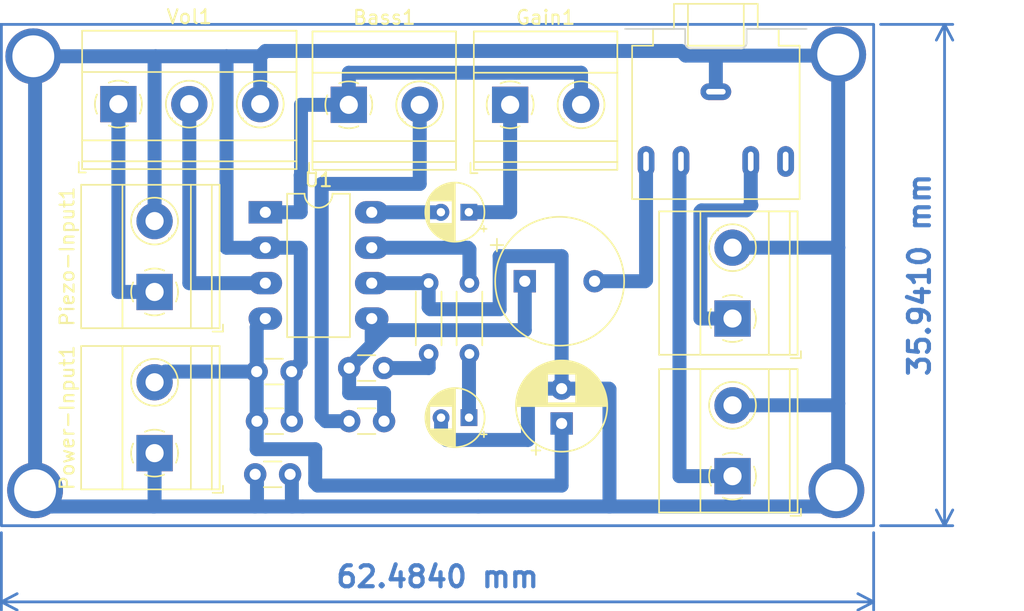
<source format=kicad_pcb>
(kicad_pcb (version 20240108) (generator "pcbnew") (generator_version "8.0")
  (layers (0 "F.Cu" signal) (31 "B.Cu" signal) (34 "B.Paste" user) (35 "F.Paste" user) (36 "B.SilkS" user "B.Silkscreen") (37 "F.SilkS" user "F.Silkscreen") (38 "B.Mask" user) (39 "F.Mask" user) (44 "Edge.Cuts" user))
  (net 0 "")
  (net 1 "Net-(Power-Input1-Pin_2)")
  (net 2 "GND")
  (net 3 "Net-(C4-Pad2)")
  (net 4 "Net-(C5-Pad2)")
  (net 5 "Net-(C7-Pad1)")
  (net 6 "Net-(C8-Pad2)")
  (net 7 "Net-(C9-Pad2)")
  (net 8 "Net-(Output-Speaker1-Pin_1)")
  (net 9 "Net-(Output-Jack-6.5-Pin_1)")
  (net 10 "Net-(Piezo-Input1-Pin_1)")
  (net 11 "Net-(U1-BYPASS)")
  (net 12 "Net-(U1-+)")
  (net 13 "Net-(Bass1-Pin_1)")
  (net 14 "Net-(Bass1-Pin_2)")
  (net 15 "Net-(Gain1-Pin_1)")
  (footprint "Connector_Audio:Jack_3.5mm_CUI_SJ1-3525N_Horizontal" (layer "F.Cu") (at 63.373 17.018 180)
    (property "Reference" "Output-Jack-3.5" (hide yes))
    (property "Value" "AudioJack2_Ground_Switch" (hide yes))
    (fp_line (start 2.2 4.5) (end 6.5 4.5) (stroke (width 0.12)) (layer "Edge.Cuts"))
    (fp_line (start 2.2 3.5) (end 2.2 4.5) (stroke (width 0.12)) (layer "Edge.Cuts"))
    (fp_line (start 1.8 3.1) (end -1.8 3.1) (stroke (width 0.12)) (layer "Edge.Cuts"))
    (fp_line (start -2.2 4.5) (end -6.5 4.5) (stroke (width 0.12)) (layer "Edge.Cuts"))
    (fp_line (start -2.2 3.5) (end -2.2 4.5) (stroke (width 0.12)) (layer "Edge.Cuts"))
    (fp_arc (start 1.8 3.1) (mid 2.082843 3.217157) (end 2.2 3.5) (stroke (width 0.12)) (layer "Edge.Cuts"))
    (fp_arc (start -2.2 3.5) (mid -2.082842 3.217158) (end -1.8 3.1) (stroke (width 0.12)) (layer "Edge.Cuts"))
    (pad "R" thru_hole oval (at -5 -5 180) (size 1.2 2.2) (drill oval 0.4 1.4) (layers "*.Cu" "*.Mask"))
    (pad "RN" thru_hole oval (at -2.5 -5 180) (size 1.2 2.2) (drill oval 0.4 1.4) (layers "*.Cu" "*.Mask") (net 9 "Net-(Output-Jack-6.5-Pin_1)"))
    (pad "S" thru_hole oval (at 0 0 180) (size 2.2 1.2) (drill oval 1.4 0.4) (layers "*.Cu" "*.Mask") (net 2 "GND"))
    (pad "T" thru_hole oval (at 5 -5) (size 1.2 2.2) (drill oval 0.4 1.4) (layers "*.Cu" "*.Mask") (net 7 "Net-(C9-Pad2)"))
    (pad "TN" thru_hole oval (at 2.5 -5) (size 1.2 2.2) (drill oval 0.4 1.4) (layers "*.Cu" "*.Mask") (net 8 "Net-(Output-Speaker1-Pin_1)"))
  )
  (footprint "Capacitor_THT:CP_Radial_D4.0mm_P2.00mm" (layer "F.Cu") (at 45.6766 25.654 180)
    (property "Reference" "C8" (hide yes))
    (property "Value" "10µF" (hide yes))
    (pad "1" thru_hole rect (at 0 0 180) (size 1.2 1.2) (drill 0.6) (layers "*.Cu" "*.Mask") (net 15 "Net-(Gain1-Pin_1)"))
    (pad "2" thru_hole circle (at 2 0 180) (size 1.2 1.2) (drill 0.6) (layers "*.Cu" "*.Mask") (net 6 "Net-(C8-Pad2)"))
  )
  (footprint "Capacitor_THT:C_Disc_D3.0mm_W1.6mm_P2.50mm" (layer "F.Cu") (at 37.104 40.64)
    (property "Reference" "C4" (hide yes))
    (property "Value" "33nF" (hide yes))
    (pad "1" thru_hole circle (at 0 0) (size 1.6 1.6) (drill 0.8) (layers "*.Cu" "*.Mask") (net 14 "Net-(Bass1-Pin_2)"))
    (pad "2" thru_hole circle (at 2.5 0) (size 1.6 1.6) (drill 0.8) (layers "*.Cu" "*.Mask") (net 3 "Net-(C4-Pad2)"))
  )
  (footprint "TerminalBlock_Phoenix:TerminalBlock_Phoenix_MKDS-1,5-2-5.08_1x02_P5.08mm_Horizontal" (layer "F.Cu") (at 64.567 44.582 90)
    (property "Reference" "Output-Speaker1" (hide yes))
    (property "Value" "Screw_Terminal_01x02" (hide yes))
    (pad "1" thru_hole rect (at 0 0 90) (size 2.6 2.6) (drill 1.3) (layers "*.Cu" "*.Mask") (net 8 "Net-(Output-Speaker1-Pin_1)"))
    (pad "2" thru_hole circle (at 5.08 0 90) (size 2.6 2.6) (drill 1.3) (layers "*.Cu" "*.Mask") (net 2 "GND"))
  )
  (footprint "Capacitor_THT:CP_Radial_Tantal_D9.0mm_P5.00mm" (layer "F.Cu") (at 49.684836 30.607)
    (property "Reference" "C9" (hide yes))
    (property "Value" "1000µF" (hide yes))
    (pad "1" thru_hole rect (at 0 0) (size 1.6 1.6) (drill 0.8) (layers "*.Cu" "*.Mask") (net 3 "Net-(C4-Pad2)"))
    (pad "2" thru_hole circle (at 5 0) (size 1.6 1.6) (drill 0.8) (layers "*.Cu" "*.Mask") (net 7 "Net-(C9-Pad2)"))
  )
  (footprint "" (layer "F.Cu") (at 72.009 45.593)
    (property "Reference" "" (at 0 0 0) (layer "F.SilkS") (effects (font (size 1.27 1.27))))
    (property "Value" "" (at 0 0 0) (layer "F.SilkS") (effects (font (size 1.27 1.27))))
    (pad "" thru_hole circle (at 0 0) (size 4 4) (drill 3) (layers "*.Cu" "*.Mask") (net 2 "GND"))
  )
  (footprint "" (layer "F.Cu") (at 72.136 14.351)
    (property "Reference" "" (at 0 0 0) (layer "F.SilkS") (effects (font (size 1.27 1.27))))
    (property "Value" "" (at 0 0 0) (layer "F.SilkS") (effects (font (size 1.27 1.27))))
    (pad "" thru_hole circle (at 0 0) (size 4 4) (drill 3) (layers "*.Cu" "*.Mask") (net 2 "GND"))
  )
  (footprint "Resistor_THT:R_Axial_DIN0204_L3.6mm_D1.6mm_P5.08mm_Horizontal" (layer "F.Cu") (at 42.799 35.814 90)
    (property "Reference" "R2" (hide yes))
    (property "Value" "10Ω" (hide yes))
    (pad "1" thru_hole circle (at 0 0 90) (size 1.4 1.4) (drill 0.7) (layers "*.Cu" "*.Mask") (net 4 "Net-(C5-Pad2)"))
    (pad "2" thru_hole oval (at 5.08 0 90) (size 1.4 1.4) (drill 0.7) (layers "*.Cu" "*.Mask") (net 2 "GND"))
  )
  (footprint "TerminalBlock_Phoenix:TerminalBlock_Phoenix_MKDS-1,5-2-5.08_1x02_P5.08mm_Horizontal" (layer "F.Cu") (at 23.165 42.931 90)
    (property "Reference" "Power-Input1" (at 2.54 -6.26 90) (layer "F.SilkS"))
    (property "Value" "Screw_Terminal_01x02" (hide yes))
    (pad "1" thru_hole rect (at 0 0 90) (size 2.6 2.6) (drill 1.3) (layers "*.Cu" "*.Mask") (net 2 "GND"))
    (pad "2" thru_hole circle (at 5.08 0 90) (size 2.6 2.6) (drill 1.3) (layers "*.Cu" "*.Mask") (net 1 "Net-(Power-Input1-Pin_2)"))
  )
  (footprint "Capacitor_THT:C_Disc_D3.0mm_W1.6mm_P2.50mm" (layer "F.Cu") (at 33 40.64 180)
    (property "Reference" "C3" (hide yes))
    (property "Value" "0,1µF" (hide yes))
    (pad "1" thru_hole circle (at 0 0 180) (size 1.6 1.6) (drill 0.8) (layers "*.Cu" "*.Mask") (net 2 "GND"))
    (pad "2" thru_hole circle (at 2.5 0 180) (size 1.6 1.6) (drill 0.8) (layers "*.Cu" "*.Mask") (net 1 "Net-(Power-Input1-Pin_2)"))
  )
  (footprint "Capacitor_THT:CP_Radial_D6.3mm_P2.50mm" (layer "F.Cu") (at 52.324 40.806379 90)
    (property "Reference" "C6" (hide yes))
    (property "Value" "100µF" (hide yes))
    (pad "1" thru_hole rect (at 0 0 90) (size 1.6 1.6) (drill 0.8) (layers "*.Cu" "*.Mask") (net 1 "Net-(Power-Input1-Pin_2)"))
    (pad "2" thru_hole circle (at 2.5 0 90) (size 1.6 1.6) (drill 0.8) (layers "*.Cu" "*.Mask") (net 2 "GND"))
  )
  (footprint "Capacitor_THT:C_Disc_D3.0mm_W1.6mm_P2.50mm" (layer "F.Cu") (at 30.373 44.45)
    (property "Reference" "C2" (hide yes))
    (property "Value" "470pF" (hide yes))
    (pad "1" thru_hole circle (at 0 0) (size 1.6 1.6) (drill 0.8) (layers "*.Cu" "*.Mask") (net 2 "GND"))
    (pad "2" thru_hole circle (at 2.5 0) (size 1.6 1.6) (drill 0.8) (layers "*.Cu" "*.Mask") (net 2 "GND"))
  )
  (footprint "" (layer "F.Cu") (at 14.605 45.593)
    (property "Reference" "" (at 0 0 0) (layer "F.SilkS") (effects (font (size 1.27 1.27))))
    (property "Value" "" (at 0 0 0) (layer "F.SilkS") (effects (font (size 1.27 1.27))))
    (pad "" thru_hole circle (at 0 0) (size 4 4) (drill 3) (layers "*.Cu" "*.Mask") (net 2 "GND"))
  )
  (footprint "Capacitor_THT:C_Disc_D3.0mm_W1.6mm_P2.50mm" (layer "F.Cu") (at 30.48 37.084)
    (property "Reference" "C1" (hide yes))
    (property "Value" "0,1µF" (hide yes))
    (pad "1" thru_hole circle (at 0 0) (size 1.6 1.6) (drill 0.8) (layers "*.Cu" "*.Mask") (net 1 "Net-(Power-Input1-Pin_2)"))
    (pad "2" thru_hole circle (at 2.5 0) (size 1.6 1.6) (drill 0.8) (layers "*.Cu" "*.Mask") (net 2 "GND"))
  )
  (footprint "Resistor_THT:R_Axial_DIN0204_L3.6mm_D1.6mm_P5.08mm_Horizontal" (layer "F.Cu") (at 45.72 30.734 -90)
    (property "Reference" "R1" (hide yes))
    (property "Value" "10KΩ" (hide yes))
    (pad "1" thru_hole circle (at 0 0 270) (size 1.4 1.4) (drill 0.7) (layers "*.Cu" "*.Mask") (net 11 "Net-(U1-BYPASS)"))
    (pad "2" thru_hole oval (at 5.08 0 270) (size 1.4 1.4) (drill 0.7) (layers "*.Cu" "*.Mask") (net 5 "Net-(C7-Pad1)"))
  )
  (footprint "TerminalBlock_Phoenix:TerminalBlock_Phoenix_MKDS-1,5-2-5.08_1x02_P5.08mm_Horizontal" (layer "F.Cu") (at 37.079 17.958)
    (property "Reference" "Bass1" (at 2.54 -6.26 0) (layer "F.SilkS"))
    (property "Value" "Screw_Terminal_01x02" (hide yes))
    (pad "1" thru_hole rect (at 0 0) (size 2.6 2.6) (drill 1.3) (layers "*.Cu" "*.Mask") (net 13 "Net-(Bass1-Pin_1)"))
    (pad "2" thru_hole circle (at 5.08 0) (size 2.6 2.6) (drill 1.3) (layers "*.Cu" "*.Mask") (net 14 "Net-(Bass1-Pin_2)"))
  )
  (footprint "Package_DIP:DIP-8_W7.62mm_LongPads" (layer "F.Cu") (at 31.1 25.664)
    (property "Reference" "U1" (at 3.81 -2.33 0) (layer "F.SilkS"))
    (property "Value" "LM386" (hide yes))
    (pad "1" thru_hole rect (at 0 0) (size 2.4 1.6) (drill 0.8) (layers "*.Cu" "*.Mask") (net 13 "Net-(Bass1-Pin_1)"))
    (pad "2" thru_hole oval (at 0 2.54) (size 2.4 1.6) (drill 0.8) (layers "*.Cu" "*.Mask") (net 2 "GND"))
    (pad "3" thru_hole oval (at 0 5.08) (size 2.4 1.6) (drill 0.8) (layers "*.Cu" "*.Mask") (net 12 "Net-(U1-+)"))
    (pad "4" thru_hole oval (at 0 7.62) (size 2.4 1.6) (drill 0.8) (layers "*.Cu" "*.Mask") (net 1 "Net-(Power-Input1-Pin_2)"))
    (pad "5" thru_hole oval (at 7.62 7.62) (size 2.4 1.6) (drill 0.8) (layers "*.Cu" "*.Mask") (net 3 "Net-(C4-Pad2)"))
    (pad "6" thru_hole oval (at 7.62 5.08) (size 2.4 1.6) (drill 0.8) (layers "*.Cu" "*.Mask") (net 2 "GND"))
    (pad "7" thru_hole oval (at 7.62 2.54) (size 2.4 1.6) (drill 0.8) (layers "*.Cu" "*.Mask") (net 11 "Net-(U1-BYPASS)"))
    (pad "8" thru_hole oval (at 7.62 0) (size 2.4 1.6) (drill 0.8) (layers "*.Cu" "*.Mask") (net 6 "Net-(C8-Pad2)"))
  )
  (footprint "Capacitor_THT:CP_Radial_D4.0mm_P2.00mm" (layer "F.Cu") (at 45.688 40.386 180)
    (property "Reference" "C7" (hide yes))
    (property "Value" "10µF" (hide yes))
    (pad "1" thru_hole rect (at 0 0 180) (size 1.2 1.2) (drill 0.6) (layers "*.Cu" "*.Mask") (net 5 "Net-(C7-Pad1)"))
    (pad "2" thru_hole circle (at 2 0 180) (size 1.2 1.2) (drill 0.6) (layers "*.Cu" "*.Mask") (net 2 "GND"))
  )
  (footprint "TerminalBlock_Phoenix:TerminalBlock_Phoenix_MKDS-1,5-2-5.08_1x02_P5.08mm_Horizontal" (layer "F.Cu") (at 48.636 17.958)
    (property "Reference" "Gain1" (at 2.54 -6.26 0) (layer "F.SilkS"))
    (property "Value" "Screw_Terminal_01x02" (hide yes))
    (pad "1" thru_hole rect (at 0 0) (size 2.6 2.6) (drill 1.3) (layers "*.Cu" "*.Mask") (net 15 "Net-(Gain1-Pin_1)"))
    (pad "2" thru_hole circle (at 5.08 0) (size 2.6 2.6) (drill 1.3) (layers "*.Cu" "*.Mask") (net 13 "Net-(Bass1-Pin_1)"))
  )
  (footprint "TerminalBlock_Phoenix:TerminalBlock_Phoenix_MKDS-1,5-2-5.08_1x02_P5.08mm_Horizontal" (layer "F.Cu") (at 64.567 33.279 90)
    (property "Reference" "Output-Jack-6.5" (hide yes))
    (property "Value" "Screw_Terminal_01x02" (hide yes))
    (pad "1" thru_hole rect (at 0 0 90) (size 2.6 2.6) (drill 1.3) (layers "*.Cu" "*.Mask") (net 9 "Net-(Output-Jack-6.5-Pin_1)"))
    (pad "2" thru_hole circle (at 5.08 0 90) (size 2.6 2.6) (drill 1.3) (layers "*.Cu" "*.Mask") (net 2 "GND"))
  )
  (footprint "" (layer "F.Cu") (at 14.478 14.478)
    (property "Reference" "" (at 0 0 0) (layer "F.SilkS") (effects (font (size 1.27 1.27))))
    (property "Value" "" (at 0 0 0) (layer "F.SilkS") (effects (font (size 1.27 1.27))))
    (pad "" thru_hole circle (at 0 0) (size 4 4) (drill 3) (layers "*.Cu" "*.Mask") (net 2 "GND"))
  )
  (footprint "Capacitor_THT:C_Disc_D3.0mm_W1.6mm_P2.50mm" (layer "F.Cu") (at 37.104 36.83)
    (property "Reference" "C5" (hide yes))
    (property "Value" "0,1µF" (hide yes))
    (pad "1" thru_hole circle (at 0 0) (size 1.6 1.6) (drill 0.8) (layers "*.Cu" "*.Mask") (net 3 "Net-(C4-Pad2)"))
    (pad "2" thru_hole circle (at 2.5 0) (size 1.6 1.6) (drill 0.8) (layers "*.Cu" "*.Mask") (net 4 "Net-(C5-Pad2)"))
  )
  (footprint "TerminalBlock_Phoenix:TerminalBlock_Phoenix_MKDS-1,5-3-5.08_1x03_P5.08mm_Horizontal" (layer "F.Cu") (at 20.574 17.907)
    (property "Reference" "Vol1" (at 5.08 -6.26 0) (layer "F.SilkS"))
    (property "Value" "Screw_Terminal_01x03" (hide yes))
    (pad "1" thru_hole rect (at 0 0) (size 2.6 2.6) (drill 1.3) (layers "*.Cu" "*.Mask") (net 10 "Net-(Piezo-Input1-Pin_1)"))
    (pad "2" thru_hole circle (at 5.08 0) (size 2.6 2.6) (drill 1.3) (layers "*.Cu" "*.Mask") (net 12 "Net-(U1-+)"))
    (pad "3" thru_hole circle (at 10.16 0) (size 2.6 2.6) (drill 1.3) (layers "*.Cu" "*.Mask") (net 2 "GND"))
  )
  (footprint "TerminalBlock_Phoenix:TerminalBlock_Phoenix_MKDS-1,5-2-5.08_1x02_P5.08mm_Horizontal" (layer "F.Cu") (at 23.165 31.374 90)
    (property "Reference" "Piezo-Input1" (at 2.54 -6.26 90) (layer "F.SilkS"))
    (property "Value" "Screw_Terminal_01x02" (hide yes))
    (pad "1" thru_hole rect (at 0 0 90) (size 2.6 2.6) (drill 1.3) (layers "*.Cu" "*.Mask") (net 10 "Net-(Piezo-Input1-Pin_1)"))
    (pad "2" thru_hole circle (at 5.08 0 90) (size 2.6 2.6) (drill 1.3) (layers "*.Cu" "*.Mask") (net 2 "GND"))
  )
  (gr_rect (start 12.192 12.192) (end 74.676 48.133) (stroke (width 0.2)) (fill none) (layer "B.Cu"))
  (dimension (type aligned) (layer "B.Cu") (pts (xy 12.192 48.133) (xy 74.676 48.133)) (height 5.460999) (gr_text "62,4840 mm" (at 43.434 51.793999 0) (layer "B.Cu") (effects (font (size 1.5 1.5) (thickness 0.3)))) (format (prefix "") (suffix "") (units 3) (units_format 1) (precision 4)) (style (thickness 0.2) (arrow_length 1.27) (text_position_mode 0) (extension_height 0.58642) (extension_offset 0.5) keep_text_aligned))
  (dimension (type aligned) (layer "B.Cu") (pts (xy 74.676 12.192) (xy 74.676 48.133)) (height -5.08) (gr_text "35,9410 mm" (at 77.956 30.1625 90) (layer "B.Cu") (effects (font (size 1.5 1.5) (thickness 0.3)))) (format (prefix "") (suffix "") (units 3) (units_format 1) (precision 4)) (style (thickness 0.2) (arrow_length 1.27) (text_position_mode 0) (extension_height 0.58642) (extension_offset 0.5) keep_text_aligned))
  (segment (start 52.324 45.255) (end 52.324 40.806379) (width 1) (layer "B.Cu") (net 1))
  (segment (start 34.673 42.65) (end 34.673 45.068585) (width 1) (layer "B.Cu") (net 1))
  (segment (start 34.859415 45.255) (end 52.324 45.255) (width 1) (layer "B.Cu") (net 1))
  (segment (start 23.932 37.084) (end 30.48 37.084) (width 1) (layer "B.Cu") (net 1))
  (segment (start 30.48 42.65) (end 34.673 42.65) (width 1) (layer "B.Cu") (net 1))
  (segment (start 34.673 45.068585) (end 34.859415 45.255) (width 1) (layer "B.Cu") (net 1))
  (segment (start 30.48 33.904) (end 31.1 33.284) (width 1) (layer "B.Cu") (net 1))
  (segment (start 23.165 37.851) (end 23.932 37.084) (width 1) (layer "B.Cu") (net 1))
  (segment (start 30.48 37.084) (end 30.48 42.65) (width 1) (layer "B.Cu") (net 1))
  (segment (start 30.48 37.084) (end 30.48 33.904) (width 1) (layer "B.Cu") (net 1))
  (segment (start 63.373 17.018) (end 63.373 14.605) (width 1) (layer "B.Cu") (net 2))
  (segment (start 15.767 46.755) (end 23.114 46.755) (width 1) (layer "B.Cu") (net 2))
  (segment (start 42.799 32.487) (end 42.926 32.614) (width 1) (layer "B.Cu") (net 2))
  (segment (start 32.98 40.62) (end 33 40.64) (width 1) (layer "B.Cu") (net 2))
  (segment (start 28.321 14.478) (end 30.734 14.478) (width 1) (layer "B.Cu") (net 2))
  (segment (start 61.211856 14.430787) (end 72.056213 14.430787) (width 1) (layer "B.Cu") (net 2))
  (segment (start 14.605 45.593) (end 15.767 46.755) (width 1) (layer "B.Cu") (net 2))
  (segment (start 72.009 28.067) (end 72.136 28.194) (width 1) (layer "B.Cu") (net 2))
  (segment (start 55.705379 38.306379) (end 55.753 38.354) (width 1) (layer "B.Cu") (net 2))
  (segment (start 43.688 40.386) (end 43.688 41.586) (width 1) (layer "B.Cu") (net 2))
  (segment (start 42.799 30.734) (end 42.799 32.487) (width 1) (layer "B.Cu") (net 2))
  (segment (start 33.635 28.311) (end 33.635 36.429) (width 1) (layer "B.Cu") (net 2))
  (segment (start 60.878069 14.097) (end 61.211856 14.430787) (width 1) (layer "B.Cu") (net 2))
  (segment (start 52.324 38.306379) (end 55.705379 38.306379) (width 1) (layer "B.Cu") (net 2))
  (segment (start 47.884836 28.807) (end 52.324 28.807) (width 1) (layer "B.Cu") (net 2))
  (segment (start 33 46.735) (end 33.02 46.755) (width 1) (layer "B.Cu") (net 2))
  (segment (start 55.753 38.354) (end 55.753 46.755) (width 1) (layer "B.Cu") (net 2))
  (segment (start 63.373 14.605) (end 63.246 14.478) (width 1) (layer "B.Cu") (net 2))
  (segment (start 70.847 46.755) (end 72.009 45.593) (width 1) (layer "B.Cu") (net 2))
  (segment (start 14.605 14.605) (end 14.478 14.478) (width 1) (layer "B.Cu") (net 2))
  (segment (start 30.734 14.478) (end 30.734 17.907) (width 1) (layer "B.Cu") (net 2))
  (segment (start 23.165 42.931) (end 23.165 46.704) (width 1) (layer "B.Cu") (net 2))
  (segment (start 72.131 28.199) (end 72.136 28.194) (width 1) (layer "B.Cu") (net 2))
  (segment (start 28.331 28.204) (end 31.1 28.204) (width 1) (layer "B.Cu") (net 2))
  (segment (start 31.1 28.204) (end 33.528 28.204) (width 1) (layer "B.Cu") (net 2))
  (segment (start 49.911 41.986) (end 49.911 38.306379) (width 1) (layer "B.Cu") (net 2))
  (segment (start 72.136 28.194) (end 72.136 39.37) (width 1) (layer "B.Cu") (net 2))
  (segment (start 72.136 45.466) (end 72.009 45.593) (width 1) (layer "B.Cu") (net 2))
  (segment (start 47.884836 32.614) (end 47.884836 28.807) (width 1) (layer "B.Cu") (net 2))
  (segment (start 49.911 38.306379) (end 52.324 38.306379) (width 1) (layer "B.Cu") (net 2))
  (segment (start 46.355 46.755) (end 55.753 46.755) (width 1) (layer "B.Cu") (net 2))
  (segment (start 23.241 14.478) (end 23.165 14.554) (width 1) (layer "B.Cu") (net 2))
  (segment (start 33.635 28.311) (end 33.528 28.204) (width 1) (layer "B.Cu") (net 2))
  (segment (start 72.136 14.351) (end 72.136 28.194) (width 1) (layer "B.Cu") (net 2))
  (segment (start 23.241 14.478) (end 28.321 14.478) (width 1) (layer "B.Cu") (net 2))
  (segment (start 38.72 30.744) (end 42.789 30.744) (width 1) (layer "B.Cu") (net 2))
  (segment (start 30.5 44.45) (end 30.5 46.608) (width 1) (layer "B.Cu") (net 2))
  (segment (start 31.115 46.755) (end 33.782 46.755) (width 1) (layer "B.Cu") (net 2))
  (segment (start 32.98 37.084) (end 32.98 40.62) (width 1) (layer "B.Cu") (net 2))
  (segment (start 64.567 39.502) (end 72.004 39.502) (width 1) (layer "B.Cu") (net 2))
  (segment (start 33 44.45) (end 33 46.735) (width 1) (layer "B.Cu") (net 2))
  (segment (start 38.603 30.861) (end 38.72 30.744) (width 1) (layer "B.Cu") (net 2))
  (segment (start 30.5 46.608) (end 30.353 46.755) (width 1) (layer "B.Cu") (net 2))
  (segment (start 72.004 39.502) (end 72.136 39.37) (width 1) (layer "B.Cu") (net 2))
  (segment (start 42.926 32.614) (end 47.884836 32.614) (width 1) (layer "B.Cu") (net 2))
  (segment (start 52.324 28.807) (end 52.324 38.306379) (width 1) (layer "B.Cu") (net 2))
  (segment (start 64.567 28.199) (end 72.131 28.199) (width 1) (layer "B.Cu") (net 2))
  (segment (start 33.635 36.429) (end 32.98 37.084) (width 1) (layer "B.Cu") (net 2))
  (segment (start 23.114 46.755) (end 31.115 46.755) (width 1) (layer "B.Cu") (net 2))
  (segment (start 72.056213 14.430787) (end 72.136 14.351) (width 1) (layer "B.Cu") (net 2))
  (segment (start 14.605 45.593) (end 14.605 14.605) (width 1) (layer "B.Cu") (net 2))
  (segment (start 28.321 28.194) (end 28.331 28.204) (width 1) (layer "B.Cu") (net 2))
  (segment (start 14.478 14.478) (end 23.241 14.478) (width 1) (layer "B.Cu") (net 2))
  (segment (start 31.115 14.097) (end 60.878069 14.097) (width 1) (layer "B.Cu") (net 2))
  (segment (start 44.088 41.986) (end 49.911 41.986) (width 1) (layer "B.Cu") (net 2))
  (segment (start 42.789 30.744) (end 42.799 30.734) (width 1) (layer "B.Cu") (net 2))
  (segment (start 33.782 46.755) (end 46.355 46.755) (width 1) (layer "B.Cu") (net 2))
  (segment (start 28.321 14.478) (end 28.321 28.194) (width 1) (layer "B.Cu") (net 2))
  (segment (start 30.734 14.478) (end 31.115 14.097) (width 1) (layer "B.Cu") (net 2))
  (segment (start 72.136 39.37) (end 72.136 45.466) (width 1) (layer "B.Cu") (net 2))
  (segment (start 23.165 46.704) (end 23.114 46.755) (width 1) (layer "B.Cu") (net 2))
  (segment (start 23.165 14.554) (end 23.165 26.294) (width 1) (layer "B.Cu") (net 2))
  (segment (start 43.688 41.586) (end 44.088 41.986) (width 1) (layer "B.Cu") (net 2))
  (segment (start 55.753 46.755) (end 70.847 46.755) (width 1) (layer "B.Cu") (net 2))
  (segment (start 39.774415 34.114) (end 49.684836 34.114) (width 1) (layer "B.Cu") (net 3))
  (segment (start 38.72 35.138415) (end 38.735 35.153415) (width 1) (layer "B.Cu") (net 3))
  (segment (start 38.735 35.153415) (end 39.774415 34.114) (width 1) (layer "B.Cu") (net 3))
  (segment (start 38.735 33.299) (end 38.72 33.284) (width 1) (layer "B.Cu") (net 3))
  (segment (start 38.72 33.284) (end 38.72 35.138415) (width 1) (layer "B.Cu") (net 3))
  (segment (start 49.684836 34.114) (end 49.684836 30.607) (width 1) (layer "B.Cu") (net 3))
  (segment (start 39.604 38.63) (end 39.604 40.513) (width 1) (layer "B.Cu") (net 3))
  (segment (start 37.104 36.83) (end 37.104 38.63) (width 1) (layer "B.Cu") (net 3))
  (segment (start 37.104 38.63) (end 39.604 38.63) (width 1) (layer "B.Cu") (net 3))
  (segment (start 37.104 36.83) (end 37.104 36.784415) (width 1) (layer "B.Cu") (net 3))
  (segment (start 37.104 36.784415) (end 38.735 35.153415) (width 1) (layer "B.Cu") (net 3))
  (segment (start 38.735 35.153415) (end 38.735 33.299) (width 1) (layer "B.Cu") (net 3))
  (segment (start 42.799 36.83) (end 42.799 35.814) (width 1) (layer "B.Cu") (net 4))
  (segment (start 39.604 36.83) (end 42.799 36.83) (width 1) (layer "B.Cu") (net 4))
  (segment (start 45.688 35.846) (end 45.72 35.814) (width 1) (layer "B.Cu") (net 5))
  (segment (start 45.688 40.386) (end 45.688 35.846) (width 1) (layer "B.Cu") (net 5))
  (segment (start 38.72 25.664) (end 43.5596 25.664) (width 1) (layer "B.Cu") (net 6))
  (segment (start 43.5596 25.664) (end 43.6766 25.781) (width 1) (layer "B.Cu") (net 6))
  (segment (start 58.293 30.607) (end 54.684836 30.607) (width 1) (layer "B.Cu") (net 7))
  (segment (start 58.373 30.527) (end 58.293 30.607) (width 1) (layer "B.Cu") (net 7))
  (segment (start 58.373 22.018) (end 58.373 30.527) (width 1) (layer "B.Cu") (net 7))
  (segment (start 60.767 44.582) (end 64.567 44.582) (width 1) (layer "B.Cu") (net 8))
  (segment (start 60.767 22.124) (end 60.767 44.582) (width 1) (layer "B.Cu") (net 8))
  (segment (start 60.873 22.018) (end 60.767 22.124) (width 1) (layer "B.Cu") (net 8))
  (segment (start 65.532 25.527) (end 62.357 25.527) (width 1) (layer "B.Cu") (net 9))
  (segment (start 65.873 22.018) (end 65.873 25.106) (width 1) (layer "B.Cu") (net 9))
  (segment (start 62.267 33.279) (end 64.567 33.279) (width 1) (layer "B.Cu") (net 9))
  (segment (start 65.913 25.146) (end 65.532 25.527) (width 1) (layer "B.Cu") (net 9))
  (segment (start 62.357 25.527) (end 62.267 25.617) (width 1) (layer "B.Cu") (net 9))
  (segment (start 65.873 25.106) (end 65.913 25.146) (width 1) (layer "B.Cu") (net 9))
  (segment (start 62.267 25.617) (end 62.267 33.279) (width 1) (layer "B.Cu") (net 9))
  (segment (start 20.574 17.907) (end 20.574 31.374) (width 1) (layer "B.Cu") (net 10))
  (segment (start 20.574 31.374) (end 23.165 31.374) (width 1) (layer "B.Cu") (net 10))
  (segment (start 45.72 28.321) (end 45.72 30.734) (width 1) (layer "B.Cu") (net 11))
  (segment (start 45.603 28.204) (end 45.72 28.321) (width 1) (layer "B.Cu") (net 11))
  (segment (start 38.72 28.204) (end 45.603 28.204) (width 1) (layer "B.Cu") (net 11))
  (segment (start 38.857 28.067) (end 38.72 28.204) (width 1) (layer "B.Cu") (net 11))
  (segment (start 25.654 30.734) (end 25.654 17.907) (width 1) (layer "B.Cu") (net 12))
  (segment (start 25.664 30.744) (end 25.654 30.734) (width 1) (layer "B.Cu") (net 12))
  (segment (start 31.1 30.744) (end 25.664 30.744) (width 1) (layer "B.Cu") (net 12))
  (segment (start 33.635 25.654) (end 33.635 23.00568) (width 1) (layer "B.Cu") (net 13))
  (segment (start 31.1 25.664) (end 33.625 25.664) (width 1) (layer "B.Cu") (net 13))
  (segment (start 33.625 25.664) (end 33.635 25.654) (width 1) (layer "B.Cu") (net 13))
  (segment (start 37.079 17.958) (end 37.079 15.658) (width 1) (layer "B.Cu") (net 13))
  (segment (start 33.655 17.958) (end 37.079 17.958) (width 1) (layer "B.Cu") (net 13))
  (segment (start 53.716 15.658) (end 53.716 17.958) (width 1) (layer "B.Cu") (net 13))
  (segment (start 33.655 22.98568) (end 33.655 17.958) (width 1) (layer "B.Cu") (net 13))
  (segment (start 37.079 15.658) (end 53.716 15.658) (width 1) (layer "B.Cu") (net 13))
  (segment (start 33.635 23.00568) (end 33.655 22.98568) (width 1) (layer "B.Cu") (net 13))
  (segment (start 42.159 23.627) (end 42.159 17.958) (width 1) (layer "B.Cu") (net 14))
  (segment (start 35.433 40.64) (end 35.135 40.342) (width 1) (layer "B.Cu") (net 14))
  (segment (start 37.104 40.64) (end 35.433 40.64) (width 1) (layer "B.Cu") (net 14))
  (segment (start 35.135 40.342) (end 35.135 23.627) (width 1) (layer "B.Cu") (net 14))
  (segment (start 35.135 23.627) (end 42.159 23.627) (width 1) (layer "B.Cu") (net 14))
  (segment (start 48.636 25.654) (end 45.6766 25.654) (width 1) (layer "B.Cu") (net 15))
  (segment (start 48.636 17.958) (end 48.636 25.654) (width 1) (layer "B.Cu") (net 15))
)
</source>
